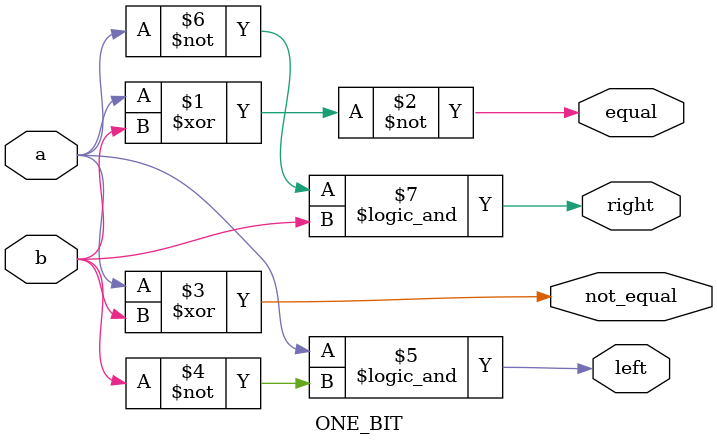
<source format=v>
`timescale 1ns / 1ps

module ONE_BIT(
    input a,
    input b,
    output equal,
    output not_equal,
    output left,
    output right
    );
    
assign equal = ~(a^b);
assign not_equal = a^b;
assign left = a&&(~b);
assign right = (~a)&&b;
    
endmodule
</source>
